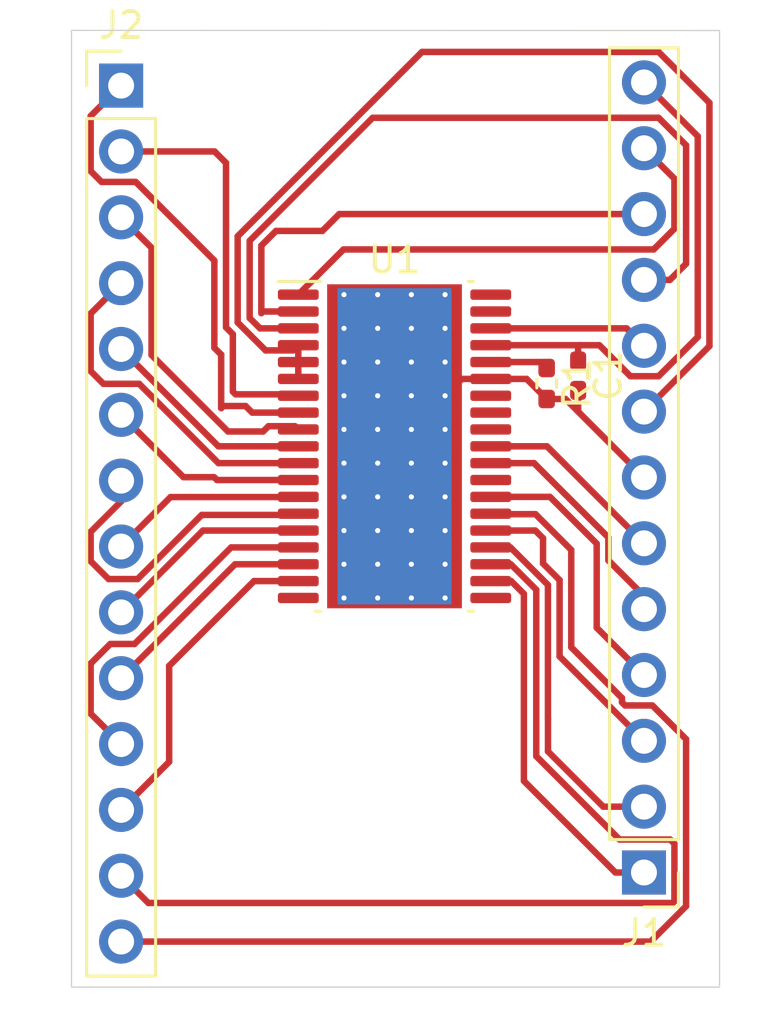
<source format=kicad_pcb>
(kicad_pcb (version 20171130) (host pcbnew 5.1.7-a382d34a88~90~ubuntu20.04.1)

  (general
    (thickness 1.6)
    (drawings 5)
    (tracks 173)
    (zones 0)
    (modules 5)
    (nets 37)
  )

  (page A4)
  (layers
    (0 F.Cu signal)
    (31 B.Cu signal)
    (32 B.Adhes user)
    (33 F.Adhes user)
    (34 B.Paste user)
    (35 F.Paste user)
    (36 B.SilkS user)
    (37 F.SilkS user)
    (38 B.Mask user)
    (39 F.Mask user)
    (40 Dwgs.User user)
    (41 Cmts.User user)
    (42 Eco1.User user)
    (43 Eco2.User user)
    (44 Edge.Cuts user)
    (45 Margin user)
    (46 B.CrtYd user)
    (47 F.CrtYd user)
    (48 B.Fab user)
    (49 F.Fab user)
  )

  (setup
    (last_trace_width 0.25)
    (user_trace_width 1)
    (trace_clearance 0.2)
    (zone_clearance 0.508)
    (zone_45_only no)
    (trace_min 0.2)
    (via_size 0.8)
    (via_drill 0.4)
    (via_min_size 0.4)
    (via_min_drill 0.3)
    (uvia_size 0.3)
    (uvia_drill 0.1)
    (uvias_allowed no)
    (uvia_min_size 0.2)
    (uvia_min_drill 0.1)
    (edge_width 0.05)
    (segment_width 0.2)
    (pcb_text_width 0.3)
    (pcb_text_size 1.5 1.5)
    (mod_edge_width 0.12)
    (mod_text_size 1 1)
    (mod_text_width 0.15)
    (pad_size 1.524 1.524)
    (pad_drill 0.762)
    (pad_to_mask_clearance 0)
    (aux_axis_origin 0 0)
    (visible_elements FFFFFF7F)
    (pcbplotparams
      (layerselection 0x010fc_ffffffff)
      (usegerberextensions false)
      (usegerberattributes true)
      (usegerberadvancedattributes true)
      (creategerberjobfile true)
      (excludeedgelayer true)
      (linewidth 0.100000)
      (plotframeref false)
      (viasonmask false)
      (mode 1)
      (useauxorigin false)
      (hpglpennumber 1)
      (hpglpenspeed 20)
      (hpglpendiameter 15.000000)
      (psnegative false)
      (psa4output false)
      (plotreference true)
      (plotvalue true)
      (plotinvisibletext false)
      (padsonsilk false)
      (subtractmaskfromsilk false)
      (outputformat 1)
      (mirror false)
      (drillshape 1)
      (scaleselection 1)
      (outputdirectory ""))
  )

  (net 0 "")
  (net 1 "Net-(R1-Pad1)")
  (net 2 "Net-(U1-Pad38)")
  (net 3 "Net-(U1-Pad37)")
  (net 4 "Net-(U1-Pad32)")
  (net 5 "Net-(U1-Pad31)")
  (net 6 "Net-(U1-Pad30)")
  (net 7 "Net-(U1-Pad27)")
  (net 8 "Net-(U1-Pad20)")
  (net 9 "Net-(U1-Pad19)")
  (net 10 /GND)
  (net 11 /VCC)
  (net 12 /GSSIN)
  (net 13 /GSSCK)
  (net 14 /GSLAT)
  (net 15 /XBLNK)
  (net 16 /GSCKRGB)
  (net 17 /OUT20)
  (net 18 /OUT19)
  (net 19 /OUT18)
  (net 20 /OUT17)
  (net 21 /OUT16)
  (net 22 /OUT15)
  (net 23 /OUT14)
  (net 24 /OUT13)
  (net 25 /OUT12)
  (net 26 /OUT11)
  (net 27 /OUT10)
  (net 28 /OUT9)
  (net 29 /OUT8)
  (net 30 /OUT7)
  (net 31 /OUT6)
  (net 32 /OUT5)
  (net 33 /OUT4)
  (net 34 /OUT3)
  (net 35 /OUT2)
  (net 36 /OUT1)

  (net_class Default "This is the default net class."
    (clearance 0.2)
    (trace_width 0.25)
    (via_dia 0.8)
    (via_drill 0.4)
    (uvia_dia 0.3)
    (uvia_drill 0.1)
    (add_net /GND)
    (add_net /GSCKRGB)
    (add_net /GSLAT)
    (add_net /GSSCK)
    (add_net /GSSIN)
    (add_net /OUT1)
    (add_net /OUT10)
    (add_net /OUT11)
    (add_net /OUT12)
    (add_net /OUT13)
    (add_net /OUT14)
    (add_net /OUT15)
    (add_net /OUT16)
    (add_net /OUT17)
    (add_net /OUT18)
    (add_net /OUT19)
    (add_net /OUT2)
    (add_net /OUT20)
    (add_net /OUT3)
    (add_net /OUT4)
    (add_net /OUT5)
    (add_net /OUT6)
    (add_net /OUT7)
    (add_net /OUT8)
    (add_net /OUT9)
    (add_net /VCC)
    (add_net /XBLNK)
    (add_net "Net-(R1-Pad1)")
    (add_net "Net-(U1-Pad19)")
    (add_net "Net-(U1-Pad20)")
    (add_net "Net-(U1-Pad27)")
    (add_net "Net-(U1-Pad30)")
    (add_net "Net-(U1-Pad31)")
    (add_net "Net-(U1-Pad32)")
    (add_net "Net-(U1-Pad37)")
    (add_net "Net-(U1-Pad38)")
  )

  (module Capacitor_SMD:C_0402_1005Metric_Pad0.74x0.62mm_HandSolder (layer F.Cu) (tedit 5F6BB22C) (tstamp 62215A32)
    (at 166.05758 51.2456 270)
    (descr "Capacitor SMD 0402 (1005 Metric), square (rectangular) end terminal, IPC_7351 nominal with elongated pad for handsoldering. (Body size source: IPC-SM-782 page 76, https://www.pcb-3d.com/wordpress/wp-content/uploads/ipc-sm-782a_amendment_1_and_2.pdf), generated with kicad-footprint-generator")
    (tags "capacitor handsolder")
    (path /62239445)
    (attr smd)
    (fp_text reference C1 (at 0 -1.16 90) (layer F.SilkS)
      (effects (font (size 1 1) (thickness 0.15)))
    )
    (fp_text value C (at 0 1.16 90) (layer F.Fab)
      (effects (font (size 1 1) (thickness 0.15)))
    )
    (fp_line (start 1.08 0.46) (end -1.08 0.46) (layer F.CrtYd) (width 0.05))
    (fp_line (start 1.08 -0.46) (end 1.08 0.46) (layer F.CrtYd) (width 0.05))
    (fp_line (start -1.08 -0.46) (end 1.08 -0.46) (layer F.CrtYd) (width 0.05))
    (fp_line (start -1.08 0.46) (end -1.08 -0.46) (layer F.CrtYd) (width 0.05))
    (fp_line (start -0.115835 0.36) (end 0.115835 0.36) (layer F.SilkS) (width 0.12))
    (fp_line (start -0.115835 -0.36) (end 0.115835 -0.36) (layer F.SilkS) (width 0.12))
    (fp_line (start 0.5 0.25) (end -0.5 0.25) (layer F.Fab) (width 0.1))
    (fp_line (start 0.5 -0.25) (end 0.5 0.25) (layer F.Fab) (width 0.1))
    (fp_line (start -0.5 -0.25) (end 0.5 -0.25) (layer F.Fab) (width 0.1))
    (fp_line (start -0.5 0.25) (end -0.5 -0.25) (layer F.Fab) (width 0.1))
    (fp_text user %R (at 0 0 90) (layer F.Fab)
      (effects (font (size 0.25 0.25) (thickness 0.04)))
    )
    (pad 2 smd roundrect (at 0.5675 0 270) (size 0.735 0.62) (layers F.Cu F.Paste F.Mask) (roundrect_rratio 0.25)
      (net 10 /GND))
    (pad 1 smd roundrect (at -0.5675 0 270) (size 0.735 0.62) (layers F.Cu F.Paste F.Mask) (roundrect_rratio 0.25)
      (net 11 /VCC))
    (model ${KISYS3DMOD}/Capacitor_SMD.3dshapes/C_0402_1005Metric.wrl
      (at (xyz 0 0 0))
      (scale (xyz 1 1 1))
      (rotate (xyz 0 0 0))
    )
  )

  (module Resistor_SMD:R_0402_1005Metric_Pad0.72x0.64mm_HandSolder (layer F.Cu) (tedit 5F6BB9E0) (tstamp 62215A86)
    (at 164.84346 51.54736 270)
    (descr "Resistor SMD 0402 (1005 Metric), square (rectangular) end terminal, IPC_7351 nominal with elongated pad for handsoldering. (Body size source: IPC-SM-782 page 72, https://www.pcb-3d.com/wordpress/wp-content/uploads/ipc-sm-782a_amendment_1_and_2.pdf), generated with kicad-footprint-generator")
    (tags "resistor handsolder")
    (path /62234DA7)
    (attr smd)
    (fp_text reference R1 (at 0 -1.17 90) (layer F.SilkS)
      (effects (font (size 1 1) (thickness 0.15)))
    )
    (fp_text value R_Small_US (at 0 1.17 90) (layer F.Fab)
      (effects (font (size 1 1) (thickness 0.15)))
    )
    (fp_line (start -0.525 0.27) (end -0.525 -0.27) (layer F.Fab) (width 0.1))
    (fp_line (start -0.525 -0.27) (end 0.525 -0.27) (layer F.Fab) (width 0.1))
    (fp_line (start 0.525 -0.27) (end 0.525 0.27) (layer F.Fab) (width 0.1))
    (fp_line (start 0.525 0.27) (end -0.525 0.27) (layer F.Fab) (width 0.1))
    (fp_line (start -0.167621 -0.38) (end 0.167621 -0.38) (layer F.SilkS) (width 0.12))
    (fp_line (start -0.167621 0.38) (end 0.167621 0.38) (layer F.SilkS) (width 0.12))
    (fp_line (start -1.1 0.47) (end -1.1 -0.47) (layer F.CrtYd) (width 0.05))
    (fp_line (start -1.1 -0.47) (end 1.1 -0.47) (layer F.CrtYd) (width 0.05))
    (fp_line (start 1.1 -0.47) (end 1.1 0.47) (layer F.CrtYd) (width 0.05))
    (fp_line (start 1.1 0.47) (end -1.1 0.47) (layer F.CrtYd) (width 0.05))
    (fp_text user %R (at 0 0 90) (layer F.Fab)
      (effects (font (size 0.26 0.26) (thickness 0.04)))
    )
    (pad 2 smd roundrect (at 0.5975 0 270) (size 0.715 0.64) (layers F.Cu F.Paste F.Mask) (roundrect_rratio 0.25)
      (net 10 /GND))
    (pad 1 smd roundrect (at -0.5975 0 270) (size 0.715 0.64) (layers F.Cu F.Paste F.Mask) (roundrect_rratio 0.25)
      (net 1 "Net-(R1-Pad1)"))
    (model ${KISYS3DMOD}/Resistor_SMD.3dshapes/R_0402_1005Metric.wrl
      (at (xyz 0 0 0))
      (scale (xyz 1 1 1))
      (rotate (xyz 0 0 0))
    )
  )

  (module Package_SO:HTSSOP-38-1EP_6.1x12.5mm_P0.65mm_EP5.2x12.5mm_Mask3.39x6.35mm_ThermalVias (layer F.Cu) (tedit 5DC5FE74) (tstamp 62215AEF)
    (at 158.97352 53.96992)
    (descr "HTSSOP, 38 Pin (http://www.ti.com/lit/ds/symlink/tlc5951.pdf#page=47&zoom=140,-67,15), generated with kicad-footprint-generator ipc_gullwing_generator.py")
    (tags "HTSSOP SO")
    (path /62210356)
    (attr smd)
    (fp_text reference U1 (at 0 -7.2) (layer F.SilkS)
      (effects (font (size 1 1) (thickness 0.15)))
    )
    (fp_text value TLC5951DAP (at 0 7.2) (layer F.Fab)
      (effects (font (size 1 1) (thickness 0.15)))
    )
    (fp_line (start 2.835584 6.36) (end 3.05 6.36) (layer F.SilkS) (width 0.12))
    (fp_line (start -2.835584 6.36) (end -3.05 6.36) (layer F.SilkS) (width 0.12))
    (fp_line (start 2.835584 -6.36) (end 3.05 -6.36) (layer F.SilkS) (width 0.12))
    (fp_line (start -2.835584 -6.36) (end -4.5 -6.36) (layer F.SilkS) (width 0.12))
    (fp_line (start -2.05 -6.25) (end 3.05 -6.25) (layer F.Fab) (width 0.1))
    (fp_line (start 3.05 -6.25) (end 3.05 6.25) (layer F.Fab) (width 0.1))
    (fp_line (start 3.05 6.25) (end -3.05 6.25) (layer F.Fab) (width 0.1))
    (fp_line (start -3.05 6.25) (end -3.05 -5.25) (layer F.Fab) (width 0.1))
    (fp_line (start -3.05 -5.25) (end -2.05 -6.25) (layer F.Fab) (width 0.1))
    (fp_line (start -4.75 -6.5) (end -4.75 6.5) (layer F.CrtYd) (width 0.05))
    (fp_line (start -4.75 6.5) (end 4.75 6.5) (layer F.CrtYd) (width 0.05))
    (fp_line (start 4.75 6.5) (end 4.75 -6.5) (layer F.CrtYd) (width 0.05))
    (fp_line (start 4.75 -6.5) (end -4.75 -6.5) (layer F.CrtYd) (width 0.05))
    (fp_text user %R (at 0 0) (layer F.Fab)
      (effects (font (size 1 1) (thickness 0.15)))
    )
    (pad "" smd roundrect (at 0.85 2.12) (size 1.37 1.71) (layers F.Paste) (roundrect_rratio 0.182482))
    (pad "" smd roundrect (at 0.85 0) (size 1.37 1.71) (layers F.Paste) (roundrect_rratio 0.182482))
    (pad "" smd roundrect (at 0.85 -2.12) (size 1.37 1.71) (layers F.Paste) (roundrect_rratio 0.182482))
    (pad "" smd roundrect (at -0.85 2.12) (size 1.37 1.71) (layers F.Paste) (roundrect_rratio 0.182482))
    (pad "" smd roundrect (at -0.85 0) (size 1.37 1.71) (layers F.Paste) (roundrect_rratio 0.182482))
    (pad "" smd roundrect (at -0.85 -2.12) (size 1.37 1.71) (layers F.Paste) (roundrect_rratio 0.182482))
    (pad 39 smd rect (at 0 0) (size 4.4 12.2) (layers B.Cu)
      (net 10 /GND))
    (pad 39 thru_hole circle (at 1.95 5.85) (size 0.5 0.5) (drill 0.2) (layers *.Cu)
      (net 10 /GND))
    (pad 39 thru_hole circle (at 0.65 5.85) (size 0.5 0.5) (drill 0.2) (layers *.Cu)
      (net 10 /GND))
    (pad 39 thru_hole circle (at -0.65 5.85) (size 0.5 0.5) (drill 0.2) (layers *.Cu)
      (net 10 /GND))
    (pad 39 thru_hole circle (at -1.95 5.85) (size 0.5 0.5) (drill 0.2) (layers *.Cu)
      (net 10 /GND))
    (pad 39 thru_hole circle (at 1.95 4.55) (size 0.5 0.5) (drill 0.2) (layers *.Cu)
      (net 10 /GND))
    (pad 39 thru_hole circle (at 0.65 4.55) (size 0.5 0.5) (drill 0.2) (layers *.Cu)
      (net 10 /GND))
    (pad 39 thru_hole circle (at -0.65 4.55) (size 0.5 0.5) (drill 0.2) (layers *.Cu)
      (net 10 /GND))
    (pad 39 thru_hole circle (at -1.95 4.55) (size 0.5 0.5) (drill 0.2) (layers *.Cu)
      (net 10 /GND))
    (pad 39 thru_hole circle (at 1.95 3.25) (size 0.5 0.5) (drill 0.2) (layers *.Cu)
      (net 10 /GND))
    (pad 39 thru_hole circle (at 0.65 3.25) (size 0.5 0.5) (drill 0.2) (layers *.Cu)
      (net 10 /GND))
    (pad 39 thru_hole circle (at -0.65 3.25) (size 0.5 0.5) (drill 0.2) (layers *.Cu)
      (net 10 /GND))
    (pad 39 thru_hole circle (at -1.95 3.25) (size 0.5 0.5) (drill 0.2) (layers *.Cu)
      (net 10 /GND))
    (pad 39 thru_hole circle (at 1.95 1.95) (size 0.5 0.5) (drill 0.2) (layers *.Cu)
      (net 10 /GND))
    (pad 39 thru_hole circle (at 0.65 1.95) (size 0.5 0.5) (drill 0.2) (layers *.Cu)
      (net 10 /GND))
    (pad 39 thru_hole circle (at -0.65 1.95) (size 0.5 0.5) (drill 0.2) (layers *.Cu)
      (net 10 /GND))
    (pad 39 thru_hole circle (at -1.95 1.95) (size 0.5 0.5) (drill 0.2) (layers *.Cu)
      (net 10 /GND))
    (pad 39 thru_hole circle (at 1.95 0.65) (size 0.5 0.5) (drill 0.2) (layers *.Cu)
      (net 10 /GND))
    (pad 39 thru_hole circle (at 0.65 0.65) (size 0.5 0.5) (drill 0.2) (layers *.Cu)
      (net 10 /GND))
    (pad 39 thru_hole circle (at -0.65 0.65) (size 0.5 0.5) (drill 0.2) (layers *.Cu)
      (net 10 /GND))
    (pad 39 thru_hole circle (at -1.95 0.65) (size 0.5 0.5) (drill 0.2) (layers *.Cu)
      (net 10 /GND))
    (pad 39 thru_hole circle (at 1.95 -0.65) (size 0.5 0.5) (drill 0.2) (layers *.Cu)
      (net 10 /GND))
    (pad 39 thru_hole circle (at 0.65 -0.65) (size 0.5 0.5) (drill 0.2) (layers *.Cu)
      (net 10 /GND))
    (pad 39 thru_hole circle (at -0.65 -0.65) (size 0.5 0.5) (drill 0.2) (layers *.Cu)
      (net 10 /GND))
    (pad 39 thru_hole circle (at -1.95 -0.65) (size 0.5 0.5) (drill 0.2) (layers *.Cu)
      (net 10 /GND))
    (pad 39 thru_hole circle (at 1.95 -1.95) (size 0.5 0.5) (drill 0.2) (layers *.Cu)
      (net 10 /GND))
    (pad 39 thru_hole circle (at 0.65 -1.95) (size 0.5 0.5) (drill 0.2) (layers *.Cu)
      (net 10 /GND))
    (pad 39 thru_hole circle (at -0.65 -1.95) (size 0.5 0.5) (drill 0.2) (layers *.Cu)
      (net 10 /GND))
    (pad 39 thru_hole circle (at -1.95 -1.95) (size 0.5 0.5) (drill 0.2) (layers *.Cu)
      (net 10 /GND))
    (pad 39 thru_hole circle (at 1.95 -3.25) (size 0.5 0.5) (drill 0.2) (layers *.Cu)
      (net 10 /GND))
    (pad 39 thru_hole circle (at 0.65 -3.25) (size 0.5 0.5) (drill 0.2) (layers *.Cu)
      (net 10 /GND))
    (pad 39 thru_hole circle (at -0.65 -3.25) (size 0.5 0.5) (drill 0.2) (layers *.Cu)
      (net 10 /GND))
    (pad 39 thru_hole circle (at -1.95 -3.25) (size 0.5 0.5) (drill 0.2) (layers *.Cu)
      (net 10 /GND))
    (pad 39 thru_hole circle (at 1.95 -4.55) (size 0.5 0.5) (drill 0.2) (layers *.Cu)
      (net 10 /GND))
    (pad 39 thru_hole circle (at 0.65 -4.55) (size 0.5 0.5) (drill 0.2) (layers *.Cu)
      (net 10 /GND))
    (pad 39 thru_hole circle (at -0.65 -4.55) (size 0.5 0.5) (drill 0.2) (layers *.Cu)
      (net 10 /GND))
    (pad 39 thru_hole circle (at -1.95 -4.55) (size 0.5 0.5) (drill 0.2) (layers *.Cu)
      (net 10 /GND))
    (pad 39 thru_hole circle (at 1.95 -5.85) (size 0.5 0.5) (drill 0.2) (layers *.Cu)
      (net 10 /GND))
    (pad 39 thru_hole circle (at 0.65 -5.85) (size 0.5 0.5) (drill 0.2) (layers *.Cu)
      (net 10 /GND))
    (pad 39 thru_hole circle (at -0.65 -5.85) (size 0.5 0.5) (drill 0.2) (layers *.Cu)
      (net 10 /GND))
    (pad 39 thru_hole circle (at -1.95 -5.85) (size 0.5 0.5) (drill 0.2) (layers *.Cu)
      (net 10 /GND))
    (pad 39 smd rect (at 0 0) (size 5.2 12.5) (layers F.Cu)
      (net 10 /GND))
    (pad "" smd rect (at 0 0) (size 3.39 6.35) (layers F.Mask))
    (pad 38 smd roundrect (at 3.7125 -5.85) (size 1.575 0.4) (layers F.Cu F.Paste F.Mask) (roundrect_rratio 0.25)
      (net 2 "Net-(U1-Pad38)"))
    (pad 37 smd roundrect (at 3.7125 -5.2) (size 1.575 0.4) (layers F.Cu F.Paste F.Mask) (roundrect_rratio 0.25)
      (net 3 "Net-(U1-Pad37)"))
    (pad 36 smd roundrect (at 3.7125 -4.55) (size 1.575 0.4) (layers F.Cu F.Paste F.Mask) (roundrect_rratio 0.25)
      (net 15 /XBLNK))
    (pad 35 smd roundrect (at 3.7125 -3.9) (size 1.575 0.4) (layers F.Cu F.Paste F.Mask) (roundrect_rratio 0.25)
      (net 11 /VCC))
    (pad 34 smd roundrect (at 3.7125 -3.25) (size 1.575 0.4) (layers F.Cu F.Paste F.Mask) (roundrect_rratio 0.25)
      (net 1 "Net-(R1-Pad1)"))
    (pad 33 smd roundrect (at 3.7125 -2.6) (size 1.575 0.4) (layers F.Cu F.Paste F.Mask) (roundrect_rratio 0.25)
      (net 10 /GND))
    (pad 32 smd roundrect (at 3.7125 -1.95) (size 1.575 0.4) (layers F.Cu F.Paste F.Mask) (roundrect_rratio 0.25)
      (net 4 "Net-(U1-Pad32)"))
    (pad 31 smd roundrect (at 3.7125 -1.3) (size 1.575 0.4) (layers F.Cu F.Paste F.Mask) (roundrect_rratio 0.25)
      (net 5 "Net-(U1-Pad31)"))
    (pad 30 smd roundrect (at 3.7125 -0.65) (size 1.575 0.4) (layers F.Cu F.Paste F.Mask) (roundrect_rratio 0.25)
      (net 6 "Net-(U1-Pad30)"))
    (pad 29 smd roundrect (at 3.7125 0) (size 1.575 0.4) (layers F.Cu F.Paste F.Mask) (roundrect_rratio 0.25)
      (net 17 /OUT20))
    (pad 28 smd roundrect (at 3.7125 0.65) (size 1.575 0.4) (layers F.Cu F.Paste F.Mask) (roundrect_rratio 0.25)
      (net 18 /OUT19))
    (pad 27 smd roundrect (at 3.7125 1.3) (size 1.575 0.4) (layers F.Cu F.Paste F.Mask) (roundrect_rratio 0.25)
      (net 7 "Net-(U1-Pad27)"))
    (pad 26 smd roundrect (at 3.7125 1.95) (size 1.575 0.4) (layers F.Cu F.Paste F.Mask) (roundrect_rratio 0.25)
      (net 19 /OUT18))
    (pad 25 smd roundrect (at 3.7125 2.6) (size 1.575 0.4) (layers F.Cu F.Paste F.Mask) (roundrect_rratio 0.25)
      (net 21 /OUT16))
    (pad 24 smd roundrect (at 3.7125 3.25) (size 1.575 0.4) (layers F.Cu F.Paste F.Mask) (roundrect_rratio 0.25)
      (net 20 /OUT17))
    (pad 23 smd roundrect (at 3.7125 3.9) (size 1.575 0.4) (layers F.Cu F.Paste F.Mask) (roundrect_rratio 0.25)
      (net 23 /OUT14))
    (pad 22 smd roundrect (at 3.7125 4.55) (size 1.575 0.4) (layers F.Cu F.Paste F.Mask) (roundrect_rratio 0.25)
      (net 24 /OUT13))
    (pad 21 smd roundrect (at 3.7125 5.2) (size 1.575 0.4) (layers F.Cu F.Paste F.Mask) (roundrect_rratio 0.25)
      (net 22 /OUT15))
    (pad 20 smd roundrect (at 3.7125 5.85) (size 1.575 0.4) (layers F.Cu F.Paste F.Mask) (roundrect_rratio 0.25)
      (net 8 "Net-(U1-Pad20)"))
    (pad 19 smd roundrect (at -3.7125 5.85) (size 1.575 0.4) (layers F.Cu F.Paste F.Mask) (roundrect_rratio 0.25)
      (net 9 "Net-(U1-Pad19)"))
    (pad 18 smd roundrect (at -3.7125 5.2) (size 1.575 0.4) (layers F.Cu F.Paste F.Mask) (roundrect_rratio 0.25)
      (net 25 /OUT12))
    (pad 17 smd roundrect (at -3.7125 4.55) (size 1.575 0.4) (layers F.Cu F.Paste F.Mask) (roundrect_rratio 0.25)
      (net 27 /OUT10))
    (pad 16 smd roundrect (at -3.7125 3.9) (size 1.575 0.4) (layers F.Cu F.Paste F.Mask) (roundrect_rratio 0.25)
      (net 26 /OUT11))
    (pad 15 smd roundrect (at -3.7125 3.25) (size 1.575 0.4) (layers F.Cu F.Paste F.Mask) (roundrect_rratio 0.25)
      (net 28 /OUT9))
    (pad 14 smd roundrect (at -3.7125 2.6) (size 1.575 0.4) (layers F.Cu F.Paste F.Mask) (roundrect_rratio 0.25)
      (net 30 /OUT7))
    (pad 13 smd roundrect (at -3.7125 1.95) (size 1.575 0.4) (layers F.Cu F.Paste F.Mask) (roundrect_rratio 0.25)
      (net 29 /OUT8))
    (pad 12 smd roundrect (at -3.7125 1.3) (size 1.575 0.4) (layers F.Cu F.Paste F.Mask) (roundrect_rratio 0.25)
      (net 31 /OUT6))
    (pad 11 smd roundrect (at -3.7125 0.65) (size 1.575 0.4) (layers F.Cu F.Paste F.Mask) (roundrect_rratio 0.25)
      (net 33 /OUT4))
    (pad 10 smd roundrect (at -3.7125 0) (size 1.575 0.4) (layers F.Cu F.Paste F.Mask) (roundrect_rratio 0.25)
      (net 32 /OUT5))
    (pad 9 smd roundrect (at -3.7125 -0.65) (size 1.575 0.4) (layers F.Cu F.Paste F.Mask) (roundrect_rratio 0.25)
      (net 34 /OUT3))
    (pad 8 smd roundrect (at -3.7125 -1.3) (size 1.575 0.4) (layers F.Cu F.Paste F.Mask) (roundrect_rratio 0.25)
      (net 36 /OUT1))
    (pad 7 smd roundrect (at -3.7125 -1.95) (size 1.575 0.4) (layers F.Cu F.Paste F.Mask) (roundrect_rratio 0.25)
      (net 35 /OUT2))
    (pad 6 smd roundrect (at -3.7125 -2.6) (size 1.575 0.4) (layers F.Cu F.Paste F.Mask) (roundrect_rratio 0.25)
      (net 16 /GSCKRGB))
    (pad 5 smd roundrect (at -3.7125 -3.25) (size 1.575 0.4) (layers F.Cu F.Paste F.Mask) (roundrect_rratio 0.25)
      (net 16 /GSCKRGB))
    (pad 4 smd roundrect (at -3.7125 -3.9) (size 1.575 0.4) (layers F.Cu F.Paste F.Mask) (roundrect_rratio 0.25)
      (net 16 /GSCKRGB))
    (pad 3 smd roundrect (at -3.7125 -4.55) (size 1.575 0.4) (layers F.Cu F.Paste F.Mask) (roundrect_rratio 0.25)
      (net 14 /GSLAT))
    (pad 2 smd roundrect (at -3.7125 -5.2) (size 1.575 0.4) (layers F.Cu F.Paste F.Mask) (roundrect_rratio 0.25)
      (net 13 /GSSCK))
    (pad 1 smd roundrect (at -3.7125 -5.85) (size 1.575 0.4) (layers F.Cu F.Paste F.Mask) (roundrect_rratio 0.25)
      (net 12 /GSSIN))
    (model ${KISYS3DMOD}/Package_SO.3dshapes/HTSSOP-38-1EP_6.1x12.5mm_P0.65mm_EP5.2x12.5mm_Mask3.39x6.35mm.wrl
      (at (xyz 0 0 0))
      (scale (xyz 1 1 1))
      (rotate (xyz 0 0 0))
    )
  )

  (module Connector_PinHeader_2.54mm:PinHeader_1x14_P2.54mm_Vertical (layer F.Cu) (tedit 59FED5CC) (tstamp 62215A75)
    (at 148.4249 40.0558)
    (descr "Through hole straight pin header, 1x14, 2.54mm pitch, single row")
    (tags "Through hole pin header THT 1x14 2.54mm single row")
    (path /6223F95A)
    (fp_text reference J2 (at 0 -2.33) (layer F.SilkS)
      (effects (font (size 1 1) (thickness 0.15)))
    )
    (fp_text value Conn_01x14 (at 0 35.35) (layer F.Fab)
      (effects (font (size 1 1) (thickness 0.15)))
    )
    (fp_line (start -0.635 -1.27) (end 1.27 -1.27) (layer F.Fab) (width 0.1))
    (fp_line (start 1.27 -1.27) (end 1.27 34.29) (layer F.Fab) (width 0.1))
    (fp_line (start 1.27 34.29) (end -1.27 34.29) (layer F.Fab) (width 0.1))
    (fp_line (start -1.27 34.29) (end -1.27 -0.635) (layer F.Fab) (width 0.1))
    (fp_line (start -1.27 -0.635) (end -0.635 -1.27) (layer F.Fab) (width 0.1))
    (fp_line (start -1.33 34.35) (end 1.33 34.35) (layer F.SilkS) (width 0.12))
    (fp_line (start -1.33 1.27) (end -1.33 34.35) (layer F.SilkS) (width 0.12))
    (fp_line (start 1.33 1.27) (end 1.33 34.35) (layer F.SilkS) (width 0.12))
    (fp_line (start -1.33 1.27) (end 1.33 1.27) (layer F.SilkS) (width 0.12))
    (fp_line (start -1.33 0) (end -1.33 -1.33) (layer F.SilkS) (width 0.12))
    (fp_line (start -1.33 -1.33) (end 0 -1.33) (layer F.SilkS) (width 0.12))
    (fp_line (start -1.8 -1.8) (end -1.8 34.8) (layer F.CrtYd) (width 0.05))
    (fp_line (start -1.8 34.8) (end 1.8 34.8) (layer F.CrtYd) (width 0.05))
    (fp_line (start 1.8 34.8) (end 1.8 -1.8) (layer F.CrtYd) (width 0.05))
    (fp_line (start 1.8 -1.8) (end -1.8 -1.8) (layer F.CrtYd) (width 0.05))
    (fp_text user %R (at 0 16.51 90) (layer F.Fab)
      (effects (font (size 1 1) (thickness 0.15)))
    )
    (pad 14 thru_hole oval (at 0 33.02) (size 1.7 1.7) (drill 1) (layers *.Cu *.Mask)
      (net 21 /OUT16))
    (pad 13 thru_hole oval (at 0 30.48) (size 1.7 1.7) (drill 1) (layers *.Cu *.Mask)
      (net 24 /OUT13))
    (pad 12 thru_hole oval (at 0 27.94) (size 1.7 1.7) (drill 1) (layers *.Cu *.Mask)
      (net 25 /OUT12))
    (pad 11 thru_hole oval (at 0 25.4) (size 1.7 1.7) (drill 1) (layers *.Cu *.Mask)
      (net 26 /OUT11))
    (pad 10 thru_hole oval (at 0 22.86) (size 1.7 1.7) (drill 1) (layers *.Cu *.Mask)
      (net 27 /OUT10))
    (pad 9 thru_hole oval (at 0 20.32) (size 1.7 1.7) (drill 1) (layers *.Cu *.Mask)
      (net 28 /OUT9))
    (pad 8 thru_hole oval (at 0 17.78) (size 1.7 1.7) (drill 1) (layers *.Cu *.Mask)
      (net 29 /OUT8))
    (pad 7 thru_hole oval (at 0 15.24) (size 1.7 1.7) (drill 1) (layers *.Cu *.Mask)
      (net 30 /OUT7))
    (pad 6 thru_hole oval (at 0 12.7) (size 1.7 1.7) (drill 1) (layers *.Cu *.Mask)
      (net 31 /OUT6))
    (pad 5 thru_hole oval (at 0 10.16) (size 1.7 1.7) (drill 1) (layers *.Cu *.Mask)
      (net 32 /OUT5))
    (pad 4 thru_hole oval (at 0 7.62) (size 1.7 1.7) (drill 1) (layers *.Cu *.Mask)
      (net 33 /OUT4))
    (pad 3 thru_hole oval (at 0 5.08) (size 1.7 1.7) (drill 1) (layers *.Cu *.Mask)
      (net 34 /OUT3))
    (pad 2 thru_hole oval (at 0 2.54) (size 1.7 1.7) (drill 1) (layers *.Cu *.Mask)
      (net 35 /OUT2))
    (pad 1 thru_hole rect (at 0 0) (size 1.7 1.7) (drill 1) (layers *.Cu *.Mask)
      (net 36 /OUT1))
    (model ${KISYS3DMOD}/Connector_PinHeader_2.54mm.3dshapes/PinHeader_1x14_P2.54mm_Vertical.wrl
      (at (xyz 0 0 0))
      (scale (xyz 1 1 1))
      (rotate (xyz 0 0 0))
    )
  )

  (module Connector_PinHeader_2.54mm:PinHeader_1x13_P2.54mm_Vertical (layer F.Cu) (tedit 59FED5CC) (tstamp 62215A53)
    (at 168.59758 70.41134 180)
    (descr "Through hole straight pin header, 1x13, 2.54mm pitch, single row")
    (tags "Through hole pin header THT 1x13 2.54mm single row")
    (path /62240AA4)
    (fp_text reference J1 (at 0 -2.33) (layer F.SilkS)
      (effects (font (size 1 1) (thickness 0.15)))
    )
    (fp_text value Conn_01x13 (at 0 32.81) (layer F.Fab)
      (effects (font (size 1 1) (thickness 0.15)))
    )
    (fp_line (start -0.635 -1.27) (end 1.27 -1.27) (layer F.Fab) (width 0.1))
    (fp_line (start 1.27 -1.27) (end 1.27 31.75) (layer F.Fab) (width 0.1))
    (fp_line (start 1.27 31.75) (end -1.27 31.75) (layer F.Fab) (width 0.1))
    (fp_line (start -1.27 31.75) (end -1.27 -0.635) (layer F.Fab) (width 0.1))
    (fp_line (start -1.27 -0.635) (end -0.635 -1.27) (layer F.Fab) (width 0.1))
    (fp_line (start -1.33 31.81) (end 1.33 31.81) (layer F.SilkS) (width 0.12))
    (fp_line (start -1.33 1.27) (end -1.33 31.81) (layer F.SilkS) (width 0.12))
    (fp_line (start 1.33 1.27) (end 1.33 31.81) (layer F.SilkS) (width 0.12))
    (fp_line (start -1.33 1.27) (end 1.33 1.27) (layer F.SilkS) (width 0.12))
    (fp_line (start -1.33 0) (end -1.33 -1.33) (layer F.SilkS) (width 0.12))
    (fp_line (start -1.33 -1.33) (end 0 -1.33) (layer F.SilkS) (width 0.12))
    (fp_line (start -1.8 -1.8) (end -1.8 32.25) (layer F.CrtYd) (width 0.05))
    (fp_line (start -1.8 32.25) (end 1.8 32.25) (layer F.CrtYd) (width 0.05))
    (fp_line (start 1.8 32.25) (end 1.8 -1.8) (layer F.CrtYd) (width 0.05))
    (fp_line (start 1.8 -1.8) (end -1.8 -1.8) (layer F.CrtYd) (width 0.05))
    (fp_text user %R (at 0 15.24 90) (layer F.Fab)
      (effects (font (size 1 1) (thickness 0.15)))
    )
    (pad 13 thru_hole oval (at 0 30.48 180) (size 1.7 1.7) (drill 1) (layers *.Cu *.Mask)
      (net 11 /VCC))
    (pad 12 thru_hole oval (at 0 27.94 180) (size 1.7 1.7) (drill 1) (layers *.Cu *.Mask)
      (net 12 /GSSIN))
    (pad 11 thru_hole oval (at 0 25.4 180) (size 1.7 1.7) (drill 1) (layers *.Cu *.Mask)
      (net 13 /GSSCK))
    (pad 10 thru_hole oval (at 0 22.86 180) (size 1.7 1.7) (drill 1) (layers *.Cu *.Mask)
      (net 14 /GSLAT))
    (pad 9 thru_hole oval (at 0 20.32 180) (size 1.7 1.7) (drill 1) (layers *.Cu *.Mask)
      (net 15 /XBLNK))
    (pad 8 thru_hole oval (at 0 17.78 180) (size 1.7 1.7) (drill 1) (layers *.Cu *.Mask)
      (net 16 /GSCKRGB))
    (pad 7 thru_hole oval (at 0 15.24 180) (size 1.7 1.7) (drill 1) (layers *.Cu *.Mask)
      (net 10 /GND))
    (pad 6 thru_hole oval (at 0 12.7 180) (size 1.7 1.7) (drill 1) (layers *.Cu *.Mask)
      (net 17 /OUT20))
    (pad 5 thru_hole oval (at 0 10.16 180) (size 1.7 1.7) (drill 1) (layers *.Cu *.Mask)
      (net 18 /OUT19))
    (pad 4 thru_hole oval (at 0 7.62 180) (size 1.7 1.7) (drill 1) (layers *.Cu *.Mask)
      (net 19 /OUT18))
    (pad 3 thru_hole oval (at 0 5.08 180) (size 1.7 1.7) (drill 1) (layers *.Cu *.Mask)
      (net 20 /OUT17))
    (pad 2 thru_hole oval (at 0 2.54 180) (size 1.7 1.7) (drill 1) (layers *.Cu *.Mask)
      (net 23 /OUT14))
    (pad 1 thru_hole rect (at 0 0 180) (size 1.7 1.7) (drill 1) (layers *.Cu *.Mask)
      (net 22 /OUT15))
    (model ${KISYS3DMOD}/Connector_PinHeader_2.54mm.3dshapes/PinHeader_1x13_P2.54mm_Vertical.wrl
      (at (xyz 0 0 0))
      (scale (xyz 1 1 1))
      (rotate (xyz 0 0 0))
    )
  )

  (gr_line (start 146.51228 37.92474) (end 146.5961 37.92474) (layer Edge.Cuts) (width 0.05))
  (gr_line (start 146.51228 74.83094) (end 146.51228 37.92474) (layer Edge.Cuts) (width 0.05))
  (gr_line (start 171.5135 74.83094) (end 146.51228 74.83094) (layer Edge.Cuts) (width 0.05))
  (gr_line (start 171.5135 37.92982) (end 171.5135 74.83094) (layer Edge.Cuts) (width 0.05))
  (gr_line (start 146.5961 37.92474) (end 171.5135 37.92982) (layer Edge.Cuts) (width 0.05))

  (segment (start 164.61352 50.71992) (end 164.84346 50.94986) (width 0.25) (layer F.Cu) (net 1))
  (segment (start 162.68602 50.71992) (end 164.61352 50.71992) (width 0.25) (layer F.Cu) (net 1))
  (segment (start 159.4205 51.2734) (end 156.8205 53.8734) (width 0.25) (layer F.Cu) (net 10))
  (segment (start 160.533 51.2734) (end 159.4205 51.2734) (width 0.25) (layer F.Cu) (net 10))
  (segment (start 161.57352 51.36992) (end 158.97352 53.96992) (width 0.25) (layer F.Cu) (net 10))
  (segment (start 162.68602 51.36992) (end 161.57352 51.36992) (width 0.25) (layer F.Cu) (net 10))
  (segment (start 166.05758 52.60594) (end 166.04488 52.61864) (width 0.25) (layer F.Cu) (net 10))
  (segment (start 166.05758 51.6531) (end 166.05758 52.60594) (width 0.25) (layer F.Cu) (net 10))
  (segment (start 168.59758 55.17134) (end 166.04488 52.61864) (width 0.25) (layer F.Cu) (net 10))
  (segment (start 164.06852 51.36992) (end 164.84346 52.14486) (width 0.25) (layer F.Cu) (net 10))
  (segment (start 162.68602 51.36992) (end 164.06852 51.36992) (width 0.25) (layer F.Cu) (net 10))
  (segment (start 165.5711 52.14486) (end 166.04488 52.61864) (width 0.25) (layer F.Cu) (net 10))
  (segment (start 164.84346 52.14486) (end 165.5711 52.14486) (width 0.25) (layer F.Cu) (net 10))
  (segment (start 170.672599 42.006359) (end 168.59758 39.93134) (width 0.25) (layer F.Cu) (net 11))
  (segment (start 170.672599 49.755323) (end 170.672599 42.006359) (width 0.25) (layer F.Cu) (net 11))
  (segment (start 169.161581 51.266341) (end 170.672599 49.755323) (width 0.25) (layer F.Cu) (net 11))
  (segment (start 166.8769 50.06992) (end 168.073321 51.266341) (width 0.25) (layer F.Cu) (net 11))
  (segment (start 168.073321 51.266341) (end 169.161581 51.266341) (width 0.25) (layer F.Cu) (net 11))
  (segment (start 166.05758 50.13198) (end 166.11964 50.06992) (width 0.25) (layer F.Cu) (net 11))
  (segment (start 166.05758 50.8381) (end 166.05758 50.13198) (width 0.25) (layer F.Cu) (net 11))
  (segment (start 166.11964 50.06992) (end 166.8769 50.06992) (width 0.25) (layer F.Cu) (net 11))
  (segment (start 162.68602 50.06992) (end 166.11964 50.06992) (width 0.25) (layer F.Cu) (net 11))
  (segment (start 169.772581 43.646341) (end 168.59758 42.47134) (width 0.25) (layer F.Cu) (net 12))
  (segment (start 169.772581 45.575341) (end 169.772581 43.646341) (width 0.25) (layer F.Cu) (net 12))
  (segment (start 168.971583 46.376339) (end 169.772581 45.575341) (width 0.25) (layer F.Cu) (net 12))
  (segment (start 157.004601 46.376339) (end 168.971583 46.376339) (width 0.25) (layer F.Cu) (net 12))
  (segment (start 155.26102 48.11992) (end 157.004601 46.376339) (width 0.25) (layer F.Cu) (net 12))
  (segment (start 156.83992 45.01134) (end 156.18968 45.66158) (width 0.25) (layer F.Cu) (net 13))
  (segment (start 168.59758 45.01134) (end 156.83992 45.01134) (width 0.25) (layer F.Cu) (net 13))
  (segment (start 156.18968 45.66158) (end 154.40152 45.66158) (width 0.25) (layer F.Cu) (net 13))
  (segment (start 154.40152 45.66158) (end 153.8351 46.228) (width 0.25) (layer F.Cu) (net 13))
  (segment (start 153.8351 46.228) (end 153.8351 48.83404) (width 0.25) (layer F.Cu) (net 13))
  (segment (start 153.89922 48.76992) (end 155.26102 48.76992) (width 0.25) (layer F.Cu) (net 13))
  (segment (start 153.8351 48.83404) (end 153.89922 48.76992) (width 0.25) (layer F.Cu) (net 13))
  (segment (start 169.59834 47.55134) (end 168.59758 47.55134) (width 0.25) (layer F.Cu) (net 14))
  (segment (start 170.22259 46.92709) (end 169.59834 47.55134) (width 0.25) (layer F.Cu) (net 14))
  (segment (start 170.22259 42.357348) (end 170.22259 46.92709) (width 0.25) (layer F.Cu) (net 14))
  (segment (start 169.161581 41.296339) (end 170.22259 42.357348) (width 0.25) (layer F.Cu) (net 14))
  (segment (start 158.130351 41.296339) (end 169.161581 41.296339) (width 0.25) (layer F.Cu) (net 14))
  (segment (start 153.385091 46.041599) (end 158.130351 41.296339) (width 0.25) (layer F.Cu) (net 14))
  (segment (start 153.38509 49.02044) (end 153.385091 46.041599) (width 0.25) (layer F.Cu) (net 14))
  (segment (start 153.78457 49.41992) (end 153.38509 49.02044) (width 0.25) (layer F.Cu) (net 14))
  (segment (start 155.26102 49.41992) (end 153.78457 49.41992) (width 0.25) (layer F.Cu) (net 14))
  (segment (start 167.92616 49.41992) (end 162.68602 49.41992) (width 0.25) (layer F.Cu) (net 15))
  (segment (start 168.59758 50.09134) (end 167.92616 49.41992) (width 0.25) (layer F.Cu) (net 15))
  (segment (start 155.26102 50.06992) (end 155.26102 51.36992) (width 0.25) (layer F.Cu) (net 16))
  (segment (start 171.122609 50.106311) (end 168.59758 52.63134) (width 0.25) (layer F.Cu) (net 16))
  (segment (start 169.161581 38.756339) (end 171.122609 40.717367) (width 0.25) (layer F.Cu) (net 16))
  (segment (start 160.033941 38.756339) (end 169.161581 38.756339) (width 0.25) (layer F.Cu) (net 16))
  (segment (start 152.922111 45.868169) (end 160.033941 38.756339) (width 0.25) (layer F.Cu) (net 16))
  (segment (start 152.922111 49.193871) (end 152.922111 45.868169) (width 0.25) (layer F.Cu) (net 16))
  (segment (start 153.99816 50.26992) (end 152.922111 49.193871) (width 0.25) (layer F.Cu) (net 16))
  (segment (start 171.122609 40.717367) (end 171.122609 50.106311) (width 0.25) (layer F.Cu) (net 16))
  (segment (start 155.06102 50.26992) (end 153.99816 50.26992) (width 0.25) (layer F.Cu) (net 16))
  (segment (start 155.26102 50.06992) (end 155.06102 50.26992) (width 0.25) (layer F.Cu) (net 16))
  (segment (start 164.85616 53.96992) (end 162.68602 53.96992) (width 0.25) (layer F.Cu) (net 17))
  (segment (start 168.59758 57.71134) (end 164.85616 53.96992) (width 0.25) (layer F.Cu) (net 17))
  (segment (start 168.59758 59.74398) (end 167.22344 58.36984) (width 0.25) (layer F.Cu) (net 18))
  (segment (start 168.59758 60.25134) (end 168.59758 59.74398) (width 0.25) (layer F.Cu) (net 18))
  (segment (start 164.35808 54.61992) (end 162.68602 54.61992) (width 0.25) (layer F.Cu) (net 18))
  (segment (start 167.22344 57.48528) (end 164.35808 54.61992) (width 0.25) (layer F.Cu) (net 18))
  (segment (start 167.22344 58.36984) (end 167.22344 57.48528) (width 0.25) (layer F.Cu) (net 18))
  (segment (start 162.68602 55.91992) (end 163.47352 55.91992) (width 0.25) (layer F.Cu) (net 19))
  (segment (start 166.77343 60.96719) (end 168.59758 62.79134) (width 0.25) (layer F.Cu) (net 19))
  (segment (start 166.77343 57.72361) (end 166.77343 60.96719) (width 0.25) (layer F.Cu) (net 19))
  (segment (start 164.96974 55.91992) (end 166.77343 57.72361) (width 0.25) (layer F.Cu) (net 19))
  (segment (start 162.68602 55.91992) (end 164.96974 55.91992) (width 0.25) (layer F.Cu) (net 19))
  (segment (start 162.68602 57.21992) (end 164.40792 57.21992) (width 0.25) (layer F.Cu) (net 20))
  (segment (start 164.40792 57.21992) (end 164.70376 57.51576) (width 0.25) (layer F.Cu) (net 20))
  (segment (start 168.59758 65.33134) (end 166.32342 63.05718) (width 0.25) (layer F.Cu) (net 20))
  (segment (start 164.70376 58.49093) (end 165.34216 59.12933) (width 0.25) (layer F.Cu) (net 20))
  (segment (start 164.70376 57.51576) (end 164.70376 58.49093) (width 0.25) (layer F.Cu) (net 20))
  (segment (start 165.34216 62.07592) (end 166.32342 63.05718) (width 0.25) (layer F.Cu) (net 20))
  (segment (start 165.34216 59.12933) (end 165.34216 62.07592) (width 0.25) (layer F.Cu) (net 20))
  (segment (start 170.222591 71.707741) (end 170.222591 65.267251) (width 0.25) (layer F.Cu) (net 21))
  (segment (start 168.854532 73.0758) (end 170.222591 71.707741) (width 0.25) (layer F.Cu) (net 21))
  (segment (start 148.4249 73.0758) (end 168.854532 73.0758) (width 0.25) (layer F.Cu) (net 21))
  (segment (start 168.921681 63.966341) (end 167.868991 63.966341) (width 0.25) (layer F.Cu) (net 21))
  (segment (start 170.222591 65.267251) (end 168.921681 63.966341) (width 0.25) (layer F.Cu) (net 21))
  (segment (start 167.868991 63.966341) (end 167.749925 63.847275) (width 0.25) (layer F.Cu) (net 21))
  (segment (start 165.79217 61.72329) (end 165.79217 57.96776) (width 0.25) (layer F.Cu) (net 21))
  (segment (start 165.79217 57.96776) (end 164.41307 56.58866) (width 0.25) (layer F.Cu) (net 21))
  (segment (start 167.749925 63.681045) (end 165.79217 61.72329) (width 0.25) (layer F.Cu) (net 21))
  (segment (start 167.749925 63.847275) (end 167.749925 63.681045) (width 0.25) (layer F.Cu) (net 21))
  (segment (start 162.70476 56.58866) (end 162.68602 56.56992) (width 0.25) (layer F.Cu) (net 21))
  (segment (start 164.41307 56.58866) (end 162.70476 56.58866) (width 0.25) (layer F.Cu) (net 21))
  (segment (start 167.49758 70.41134) (end 163.96462 66.87838) (width 0.25) (layer F.Cu) (net 22))
  (segment (start 168.59758 70.41134) (end 167.49758 70.41134) (width 0.25) (layer F.Cu) (net 22))
  (segment (start 163.47352 59.16992) (end 162.68602 59.16992) (width 0.25) (layer F.Cu) (net 22))
  (segment (start 163.96462 59.66102) (end 163.47352 59.16992) (width 0.25) (layer F.Cu) (net 22))
  (segment (start 163.96462 66.87838) (end 163.96462 59.66102) (width 0.25) (layer F.Cu) (net 22))
  (segment (start 163.44634 57.86992) (end 164.89215 59.31573) (width 0.25) (layer F.Cu) (net 23))
  (segment (start 162.68602 57.86992) (end 163.44634 57.86992) (width 0.25) (layer F.Cu) (net 23))
  (segment (start 164.89215 59.31573) (end 164.89215 64.47071) (width 0.25) (layer F.Cu) (net 23))
  (segment (start 164.89426 64.47282) (end 164.89426 65.74141) (width 0.25) (layer F.Cu) (net 23))
  (segment (start 164.89215 64.47071) (end 164.89426 64.47282) (width 0.25) (layer F.Cu) (net 23))
  (segment (start 167.02419 67.87134) (end 168.59758 67.87134) (width 0.25) (layer F.Cu) (net 23))
  (segment (start 164.89426 65.74141) (end 167.02419 67.87134) (width 0.25) (layer F.Cu) (net 23))
  (segment (start 169.772581 69.301339) (end 169.610042 69.1388) (width 0.25) (layer F.Cu) (net 24))
  (segment (start 169.772581 71.521341) (end 169.772581 69.301339) (width 0.25) (layer F.Cu) (net 24))
  (segment (start 169.707581 71.586341) (end 169.772581 71.521341) (width 0.25) (layer F.Cu) (net 24))
  (segment (start 149.475441 71.586341) (end 169.707581 71.586341) (width 0.25) (layer F.Cu) (net 24))
  (segment (start 148.4249 70.5358) (end 149.475441 71.586341) (width 0.25) (layer F.Cu) (net 24))
  (segment (start 169.610042 69.1388) (end 167.65524 69.1388) (width 0.25) (layer F.Cu) (net 24))
  (segment (start 167.65524 69.1388) (end 164.44214 65.9257) (width 0.25) (layer F.Cu) (net 24))
  (segment (start 163.45993 58.51992) (end 162.68602 58.51992) (width 0.25) (layer F.Cu) (net 24))
  (segment (start 164.44214 59.50213) (end 163.45993 58.51992) (width 0.25) (layer F.Cu) (net 24))
  (segment (start 164.44214 65.9257) (end 164.44214 59.50213) (width 0.25) (layer F.Cu) (net 24))
  (segment (start 148.4249 67.9958) (end 150.2791 66.1416) (width 0.25) (layer F.Cu) (net 25))
  (segment (start 150.2791 66.1416) (end 150.2791 62.44082) (width 0.25) (layer F.Cu) (net 25))
  (segment (start 153.55 59.16992) (end 155.26102 59.16992) (width 0.25) (layer F.Cu) (net 25))
  (segment (start 150.2791 62.44082) (end 153.55 59.16992) (width 0.25) (layer F.Cu) (net 25))
  (segment (start 152.669782 57.86992) (end 155.26102 57.86992) (width 0.25) (layer F.Cu) (net 26))
  (segment (start 148.944702 61.595) (end 152.669782 57.86992) (width 0.25) (layer F.Cu) (net 26))
  (segment (start 148.006698 61.595) (end 148.944702 61.595) (width 0.25) (layer F.Cu) (net 26))
  (segment (start 147.249899 62.351799) (end 148.006698 61.595) (width 0.25) (layer F.Cu) (net 26))
  (segment (start 147.249899 64.280799) (end 147.249899 62.351799) (width 0.25) (layer F.Cu) (net 26))
  (segment (start 148.4249 65.4558) (end 147.249899 64.280799) (width 0.25) (layer F.Cu) (net 26))
  (segment (start 152.82078 58.51992) (end 155.26102 58.51992) (width 0.25) (layer F.Cu) (net 27))
  (segment (start 148.4249 62.9158) (end 152.82078 58.51992) (width 0.25) (layer F.Cu) (net 27))
  (segment (start 151.58078 57.21992) (end 155.26102 57.21992) (width 0.25) (layer F.Cu) (net 28))
  (segment (start 148.4249 60.3758) (end 151.58078 57.21992) (width 0.25) (layer F.Cu) (net 28))
  (segment (start 148.4249 57.8358) (end 150.33244 55.92826) (width 0.25) (layer F.Cu) (net 29))
  (segment (start 155.25268 55.92826) (end 155.26102 55.91992) (width 0.25) (layer F.Cu) (net 29))
  (segment (start 150.33244 55.92826) (end 155.25268 55.92826) (width 0.25) (layer F.Cu) (net 29))
  (segment (start 147.940658 59.09056) (end 149.06244 59.09056) (width 0.25) (layer F.Cu) (net 30))
  (segment (start 147.249899 58.399801) (end 147.940658 59.09056) (width 0.25) (layer F.Cu) (net 30))
  (segment (start 147.249899 57.271799) (end 147.249899 58.399801) (width 0.25) (layer F.Cu) (net 30))
  (segment (start 148.4249 56.096798) (end 147.249899 57.271799) (width 0.25) (layer F.Cu) (net 30))
  (segment (start 148.4249 55.2958) (end 148.4249 56.096798) (width 0.25) (layer F.Cu) (net 30))
  (segment (start 149.06244 59.09056) (end 151.5364 56.6166) (width 0.25) (layer F.Cu) (net 30))
  (segment (start 155.21434 56.6166) (end 155.26102 56.56992) (width 0.25) (layer F.Cu) (net 30))
  (segment (start 151.5364 56.6166) (end 155.21434 56.6166) (width 0.25) (layer F.Cu) (net 30))
  (segment (start 148.4249 52.7558) (end 150.83028 55.16118) (width 0.25) (layer F.Cu) (net 31))
  (segment (start 152.12266 55.26992) (end 155.26102 55.26992) (width 0.25) (layer F.Cu) (net 31))
  (segment (start 152.01392 55.16118) (end 152.12266 55.26992) (width 0.25) (layer F.Cu) (net 31))
  (segment (start 150.83028 55.16118) (end 152.01392 55.16118) (width 0.25) (layer F.Cu) (net 31))
  (segment (start 152.17902 53.96992) (end 155.26102 53.96992) (width 0.25) (layer F.Cu) (net 32))
  (segment (start 148.4249 50.2158) (end 152.17902 53.96992) (width 0.25) (layer F.Cu) (net 32))
  (segment (start 152.18132 54.61992) (end 155.26102 54.61992) (width 0.25) (layer F.Cu) (net 33))
  (segment (start 147.249899 51.067719) (end 147.74164 51.55946) (width 0.25) (layer F.Cu) (net 33))
  (segment (start 147.74164 51.55946) (end 149.12086 51.55946) (width 0.25) (layer F.Cu) (net 33))
  (segment (start 147.249899 48.850801) (end 147.249899 51.067719) (width 0.25) (layer F.Cu) (net 33))
  (segment (start 149.12086 51.55946) (end 152.18132 54.61992) (width 0.25) (layer F.Cu) (net 33))
  (segment (start 148.4249 47.6758) (end 147.249899 48.850801) (width 0.25) (layer F.Cu) (net 33))
  (segment (start 155.13603 53.19493) (end 155.26102 53.31992) (width 0.25) (layer F.Cu) (net 34))
  (segment (start 154.10971 53.19493) (end 155.13603 53.19493) (width 0.25) (layer F.Cu) (net 34))
  (segment (start 152.54845 53.39842) (end 153.90622 53.39842) (width 0.25) (layer F.Cu) (net 34))
  (segment (start 149.599901 50.449871) (end 152.54845 53.39842) (width 0.25) (layer F.Cu) (net 34))
  (segment (start 153.90622 53.39842) (end 154.10971 53.19493) (width 0.25) (layer F.Cu) (net 34))
  (segment (start 149.599901 46.310801) (end 149.599901 50.449871) (width 0.25) (layer F.Cu) (net 34))
  (segment (start 148.4249 45.1358) (end 149.599901 46.310801) (width 0.25) (layer F.Cu) (net 34))
  (segment (start 155.20653 51.96543) (end 155.26102 52.01992) (width 0.25) (layer F.Cu) (net 35))
  (segment (start 152.84153 51.96543) (end 155.20653 51.96543) (width 0.25) (layer F.Cu) (net 35))
  (segment (start 152.73571 51.85961) (end 152.84153 51.96543) (width 0.25) (layer F.Cu) (net 35))
  (segment (start 152.472101 49.380271) (end 152.472101 43.036779) (width 0.25) (layer F.Cu) (net 35))
  (segment (start 152.73571 49.64388) (end 152.472101 49.380271) (width 0.25) (layer F.Cu) (net 35))
  (segment (start 152.73571 51.85961) (end 152.73571 49.64388) (width 0.25) (layer F.Cu) (net 35))
  (segment (start 152.031122 42.5958) (end 148.4249 42.5958) (width 0.25) (layer F.Cu) (net 35))
  (segment (start 152.472101 43.036779) (end 152.031122 42.5958) (width 0.25) (layer F.Cu) (net 35))
  (segment (start 152.20188 50.349338) (end 152.2857 50.433158) (width 0.25) (layer F.Cu) (net 36))
  (segment (start 152.2857 50.433158) (end 152.2857 52.49926) (width 0.25) (layer F.Cu) (net 36))
  (segment (start 152.36952 52.41544) (end 153.22804 52.41544) (width 0.25) (layer F.Cu) (net 36))
  (segment (start 152.2857 52.49926) (end 152.36952 52.41544) (width 0.25) (layer F.Cu) (net 36))
  (segment (start 153.48252 52.66992) (end 155.26102 52.66992) (width 0.25) (layer F.Cu) (net 36))
  (segment (start 153.22804 52.41544) (end 153.48252 52.66992) (width 0.25) (layer F.Cu) (net 36))
  (segment (start 147.249899 41.230801) (end 148.4249 40.0558) (width 0.25) (layer F.Cu) (net 36))
  (segment (start 147.670901 43.770801) (end 147.249899 43.349799) (width 0.25) (layer F.Cu) (net 36))
  (segment (start 148.988901 43.770801) (end 147.670901 43.770801) (width 0.25) (layer F.Cu) (net 36))
  (segment (start 152.022091 46.803991) (end 148.988901 43.770801) (width 0.25) (layer F.Cu) (net 36))
  (segment (start 147.249899 43.349799) (end 147.249899 41.230801) (width 0.25) (layer F.Cu) (net 36))
  (segment (start 152.022091 50.169549) (end 152.022091 46.803991) (width 0.25) (layer F.Cu) (net 36))
  (segment (start 152.2857 50.433158) (end 152.022091 50.169549) (width 0.25) (layer F.Cu) (net 36))

)

</source>
